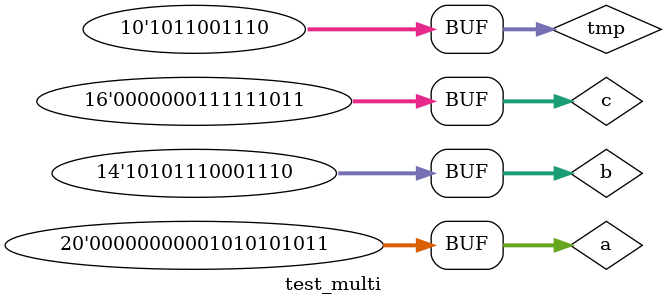
<source format=v>
`timescale 1ns / 1ps


module test_multi;

	// Inputs
	reg signed[19:0] a;
	reg signed[13:0] b;

	// Outputs
	wire [15:0] p;

	// Instantiate the Unit Under Test (UUT)
	multiplier uut (
		.a(a), 
		.b(b), 
		.p(p)
	);
	
	reg signed [15:0]c = 507;
	reg signed [9:0]tmp = -306;
	initial begin
		// Initialize Inputs
		a = 0;
		b = 0;

		// Wait 100 ns for global reset to finish
		#100;
		a=-16384;
		b=7753;
		#20;
		a= 683;
		b=-5234;
		
		c = c + (~tmp + 1);
        
		// Add stimulus here

	end
      
endmodule


</source>
